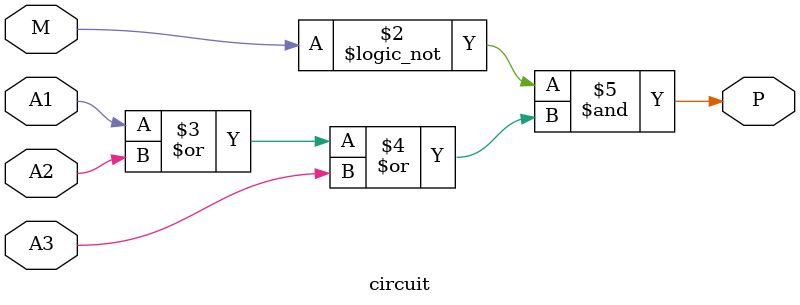
<source format=sv>
module circuit(
	input logic A1,A2,A3, M, // Variáveis de entrada
  	output logic P // variáveis de saída
);
  always_comb P <= (!M) & (A1 | A2 | A3);
endmodule

</source>
